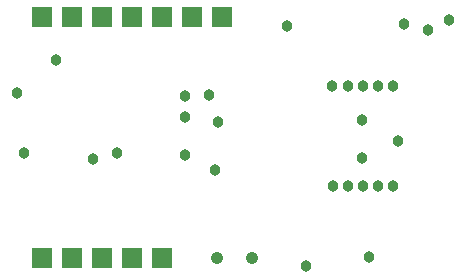
<source format=gbs>
G04 EasyPC Gerber Version 20.0.2 Build 4112 *
G04 #@! TF.Part,Single*
G04 #@! TF.FileFunction,Soldermask,Bot *
%FSLAX24Y24*%
%MOIN*%
G04 #@! TA.AperFunction,ComponentPad*
%ADD90R,0.06600X0.06600*%
G04 #@! TA.AperFunction,ViaPad*
%ADD91C,0.03800*%
G04 #@! TA.AperFunction,ComponentPad*
%ADD80C,0.04143*%
X0Y0D02*
D02*
D80*
X11685Y627D03*
X12866D03*
D02*
D90*
X5875Y625D03*
Y8675D03*
X6875Y625D03*
Y8675D03*
X7875Y625D03*
Y8675D03*
X8875Y625D03*
Y8675D03*
X9875Y625D03*
Y8675D03*
X10875D03*
X11875D03*
D02*
D91*
X5025Y6125D03*
X5275Y4125D03*
X6325Y7225D03*
X7575Y3925D03*
X8375Y4125D03*
X10625Y4075D03*
Y5325D03*
Y6025D03*
X11425Y6075D03*
X11625Y3575D03*
X11725Y5175D03*
X14025Y8375D03*
X14675Y375D03*
X15525Y6375D03*
X15575Y3025D03*
X16075D03*
Y6375D03*
X16525Y3975D03*
Y5225D03*
X16575Y3025D03*
Y6375D03*
X16775Y675D03*
X17075Y3025D03*
Y6375D03*
X17575Y3025D03*
Y6375D03*
X17725Y4525D03*
X17925Y8425D03*
X18725Y8225D03*
X19425Y8575D03*
X0Y0D02*
M02*

</source>
